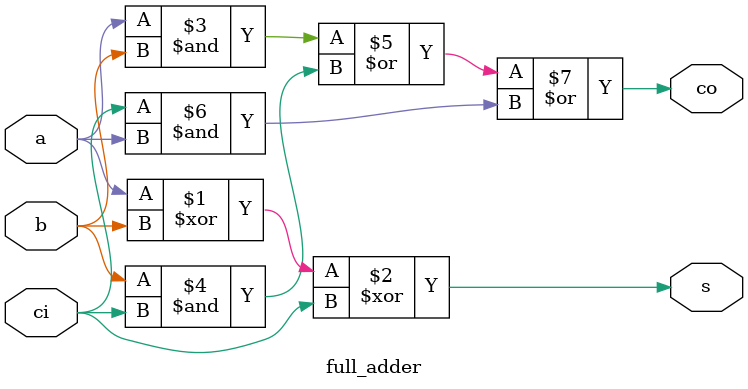
<source format=v>
module ex3_3 (SW, LEDR);
    input [9:0] SW;
    output [4:0] LEDR;

    wire [3:0] a = SW[3:0], b = SW[7:4];
    wire cin = SW[9];
    wire [3:0] s;
    wire cout;

    wire c1, c2, c3;
    full_adder fa0(a[0], b[0], cin, s[0], c1);
    full_adder fa1(a[1], b[1], c1, s[1], c2);
    full_adder fa2(a[2], b[2], c2, s[2], c3);
    full_adder fa3(a[3], b[3], c3, s[3], cout);    

    assign LEDR[4:0] = {cout, s[3:0]}; 
endmodule

module full_adder(a, b, ci, s, co);
    input a, b, ci;
    output s, co;

    assign s = a ^ b ^ ci;
    assign co = a&b | b&ci | ci&a;    
endmodule
</source>
